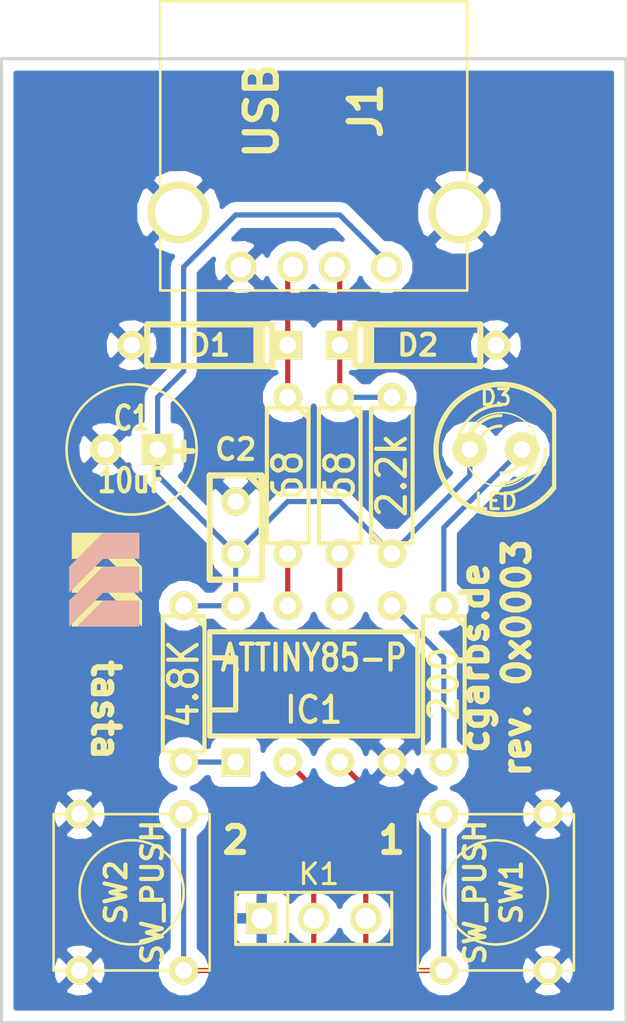
<source format=kicad_pcb>
(kicad_pcb (version 3) (host pcbnew "(2013-jul-07)-stable")

  (general
    (links 34)
    (no_connects 0)
    (area 59.614999 47.688499 90.245001 97.865001)
    (thickness 1.6)
    (drawings 8)
    (tracks 42)
    (zones 0)
    (modules 17)
    (nets 12)
  )

  (page A3)
  (layers
    (15 F.Cu signal)
    (0 B.Cu signal)
    (16 B.Adhes user)
    (17 F.Adhes user)
    (18 B.Paste user)
    (19 F.Paste user)
    (20 B.SilkS user)
    (21 F.SilkS user)
    (22 B.Mask user)
    (23 F.Mask user)
    (24 Dwgs.User user)
    (25 Cmts.User user)
    (26 Eco1.User user)
    (27 Eco2.User user)
    (28 Edge.Cuts user)
  )

  (setup
    (last_trace_width 0.254)
    (trace_clearance 0.254)
    (zone_clearance 0.508)
    (zone_45_only no)
    (trace_min 0.254)
    (segment_width 0.2)
    (edge_width 0.15)
    (via_size 0.889)
    (via_drill 0.635)
    (via_min_size 0.889)
    (via_min_drill 0.508)
    (uvia_size 0.508)
    (uvia_drill 0.127)
    (uvias_allowed no)
    (uvia_min_size 0.508)
    (uvia_min_drill 0.127)
    (pcb_text_width 0.3)
    (pcb_text_size 1 1)
    (mod_edge_width 0.15)
    (mod_text_size 1 1)
    (mod_text_width 0.15)
    (pad_size 1 1)
    (pad_drill 0.6)
    (pad_to_mask_clearance 0)
    (aux_axis_origin 0 0)
    (visible_elements FFFFFFBF)
    (pcbplotparams
      (layerselection 284196865)
      (usegerberextensions true)
      (excludeedgelayer true)
      (linewidth 0.150000)
      (plotframeref false)
      (viasonmask false)
      (mode 1)
      (useauxorigin false)
      (hpglpennumber 1)
      (hpglpenspeed 20)
      (hpglpendiameter 15)
      (hpglpenoverlay 2)
      (psnegative false)
      (psa4output false)
      (plotreference true)
      (plotvalue true)
      (plotothertext true)
      (plotinvisibletext false)
      (padsonsilk false)
      (subtractmaskfromsilk true)
      (outputformat 1)
      (mirror false)
      (drillshape 0)
      (scaleselection 1)
      (outputdirectory ../kicad_export/))
  )

  (net 0 "")
  (net 1 +5V)
  (net 2 "/USB data +")
  (net 3 "/USB data -")
  (net 4 /key1)
  (net 5 /key2)
  (net 6 GND)
  (net 7 N-000001)
  (net 8 N-000002)
  (net 9 N-000003)
  (net 10 N-000004)
  (net 11 N-000006)

  (net_class Default "This is the default net class."
    (clearance 0.254)
    (trace_width 0.254)
    (via_dia 0.889)
    (via_drill 0.635)
    (uvia_dia 0.508)
    (uvia_drill 0.127)
    (add_net "")
    (add_net +5V)
    (add_net "/USB data +")
    (add_net "/USB data -")
    (add_net /key1)
    (add_net /key2)
    (add_net GND)
    (add_net N-000001)
    (add_net N-000002)
    (add_net N-000003)
    (add_net N-000004)
    (add_net N-000006)
  )

  (module C1V7 (layer F.Cu) (tedit 200000) (tstamp 5500CDAD)
    (at 66.04 69.85 180)
    (path /5500B43E)
    (fp_text reference C1 (at 0 1.524 180) (layer F.SilkS)
      (effects (font (size 1.143 0.889) (thickness 0.2032)))
    )
    (fp_text value 10uF (at 0 -1.524 180) (layer F.SilkS)
      (effects (font (size 1.143 0.889) (thickness 0.2032)))
    )
    (fp_text user + (at -2.54 0 180) (layer F.SilkS)
      (effects (font (size 1.143 1.143) (thickness 0.3048)))
    )
    (fp_circle (center 0 0) (end 3.175 0) (layer F.SilkS) (width 0.127))
    (pad 1 thru_hole rect (at -1.27 0 180) (size 1.524 1.524) (drill 0.8128)
      (layers *.Cu *.Mask F.SilkS)
      (net 1 +5V)
    )
    (pad 2 thru_hole circle (at 1.27 0 180) (size 1.524 1.524) (drill 0.8128)
      (layers *.Cu *.Mask F.SilkS)
      (net 6 GND)
    )
    (model discret/c_vert_c1v7.wrl
      (at (xyz 0 0 0))
      (scale (xyz 1 1 1))
      (rotate (xyz 0 0 0))
    )
  )

  (module USB_A (layer F.Cu) (tedit 48A934F2) (tstamp 5500CD14)
    (at 74.93 60.96 90)
    (path /5500B392)
    (fp_text reference J1 (at 7.62 2.54 90) (layer F.SilkS)
      (effects (font (size 1.524 1.524) (thickness 0.3048)))
    )
    (fp_text value USB (at 7.62 -2.54 90) (layer F.SilkS)
      (effects (font (size 1.524 1.524) (thickness 0.3048)))
    )
    (fp_line (start -1.143 -7.493) (end 12.954 -7.493) (layer F.SilkS) (width 0.127))
    (fp_line (start 12.954 7.493) (end -1.143 7.493) (layer F.SilkS) (width 0.127))
    (fp_line (start -1.143 -7.493) (end -1.143 7.493) (layer F.SilkS) (width 0.127))
    (fp_line (start 12.954 -7.493) (end 12.954 7.493) (layer F.SilkS) (width 0.127))
    (pad 4 thru_hole circle (at 0 -3.556 90) (size 1.50114 1.50114) (drill 1.00076)
      (layers *.Cu *.Mask F.SilkS)
      (net 6 GND)
    )
    (pad 3 thru_hole circle (at 0 -1.016 90) (size 1.50114 1.50114) (drill 1.00076)
      (layers *.Cu *.Mask F.SilkS)
      (net 2 "/USB data +")
    )
    (pad 2 thru_hole circle (at 0 1.016 90) (size 1.50114 1.50114) (drill 1.00076)
      (layers *.Cu *.Mask F.SilkS)
      (net 3 "/USB data -")
    )
    (pad 1 thru_hole circle (at 0 3.556 90) (size 1.50114 1.50114) (drill 1.00076)
      (layers *.Cu *.Mask F.SilkS)
      (net 1 +5V)
    )
    (pad 5 thru_hole circle (at 2.667 -6.604 90) (size 2.99974 2.99974) (drill 2.30124)
      (layers *.Cu *.Mask F.SilkS)
      (net 6 GND)
    )
    (pad 6 thru_hole circle (at 2.667 7.112 90) (size 2.99974 2.99974) (drill 2.30124)
      (layers *.Cu *.Mask F.SilkS)
      (net 6 GND)
    )
    (model connectors/usb_a_through_hole.wrl
      (at (xyz 0 0 0))
      (scale (xyz 1 1 1))
      (rotate (xyz 0 0 0))
    )
  )

  (module SW_PUSH_SMALL (layer F.Cu) (tedit 55075B6E) (tstamp 5500CD21)
    (at 83.82 91.44 270)
    (path /5500B4F2)
    (fp_text reference SW1 (at 0 -0.762 270) (layer F.SilkS)
      (effects (font (size 1.016 1.016) (thickness 0.2032)))
    )
    (fp_text value SW_PUSH (at 0 1.016 270) (layer F.SilkS)
      (effects (font (size 1.016 1.016) (thickness 0.2032)))
    )
    (fp_circle (center 0 0) (end 0 -2.54) (layer F.SilkS) (width 0.127))
    (fp_line (start -3.81 -3.81) (end 3.81 -3.81) (layer F.SilkS) (width 0.127))
    (fp_line (start 3.81 -3.81) (end 3.81 3.81) (layer F.SilkS) (width 0.127))
    (fp_line (start 3.81 3.81) (end -3.81 3.81) (layer F.SilkS) (width 0.127))
    (fp_line (start -3.81 -3.81) (end -3.81 3.81) (layer F.SilkS) (width 0.127))
    (pad 1 thru_hole circle (at 3.81 -2.54 270) (size 1.397 1.397) (drill 0.8128)
      (layers *.Cu *.Mask F.SilkS)
      (net 6 GND)
    )
    (pad 2 thru_hole circle (at 3.81 2.54 270) (size 1.397 1.397) (drill 0.8128)
      (layers *.Cu *.Mask F.SilkS)
      (net 4 /key1)
    )
    (pad 1 thru_hole circle (at -3.81 -2.54 270) (size 1.397 1.397) (drill 0.8128)
      (layers *.Cu *.Mask F.SilkS)
      (net 6 GND)
    )
    (pad 2 thru_hole circle (at -3.81 2.54 270) (size 1.397 1.397) (drill 0.8128)
      (layers *.Cu *.Mask F.SilkS)
      (net 4 /key1)
    )
  )

  (module SW_PUSH_SMALL (layer F.Cu) (tedit 46544DB3) (tstamp 55021A9B)
    (at 66.04 91.44 90)
    (path /5500D276)
    (fp_text reference SW2 (at 0 -0.762 90) (layer F.SilkS)
      (effects (font (size 1.016 1.016) (thickness 0.2032)))
    )
    (fp_text value SW_PUSH (at 0 1.016 90) (layer F.SilkS)
      (effects (font (size 1.016 1.016) (thickness 0.2032)))
    )
    (fp_circle (center 0 0) (end 0 -2.54) (layer F.SilkS) (width 0.127))
    (fp_line (start -3.81 -3.81) (end 3.81 -3.81) (layer F.SilkS) (width 0.127))
    (fp_line (start 3.81 -3.81) (end 3.81 3.81) (layer F.SilkS) (width 0.127))
    (fp_line (start 3.81 3.81) (end -3.81 3.81) (layer F.SilkS) (width 0.127))
    (fp_line (start -3.81 -3.81) (end -3.81 3.81) (layer F.SilkS) (width 0.127))
    (pad 1 thru_hole circle (at 3.81 -2.54 90) (size 1.397 1.397) (drill 0.8128)
      (layers *.Cu *.Mask F.SilkS)
      (net 6 GND)
    )
    (pad 2 thru_hole circle (at 3.81 2.54 90) (size 1.397 1.397) (drill 0.8128)
      (layers *.Cu *.Mask F.SilkS)
      (net 5 /key2)
    )
    (pad 1 thru_hole circle (at -3.81 -2.54 90) (size 1.397 1.397) (drill 0.8128)
      (layers *.Cu *.Mask F.SilkS)
      (net 6 GND)
    )
    (pad 2 thru_hole circle (at -3.81 2.54 90) (size 1.397 1.397) (drill 0.8128)
      (layers *.Cu *.Mask F.SilkS)
      (net 5 /key2)
    )
  )

  (module R3 (layer F.Cu) (tedit 5507542B) (tstamp 5500CD3C)
    (at 76.2 71.12 270)
    (descr "Resitance 3 pas")
    (tags R)
    (path /5500B44D)
    (autoplace_cost180 10)
    (fp_text reference R2 (at 0 0.127 270) (layer F.SilkS) hide
      (effects (font (size 1.397 1.27) (thickness 0.2032)))
    )
    (fp_text value 68 (at 0 0 270) (layer F.SilkS)
      (effects (font (size 1.397 1.27) (thickness 0.2032)))
    )
    (fp_line (start -3.81 0) (end -3.302 0) (layer F.SilkS) (width 0.2032))
    (fp_line (start 3.81 0) (end 3.302 0) (layer F.SilkS) (width 0.2032))
    (fp_line (start 3.302 0) (end 3.302 -1.016) (layer F.SilkS) (width 0.2032))
    (fp_line (start 3.302 -1.016) (end -3.302 -1.016) (layer F.SilkS) (width 0.2032))
    (fp_line (start -3.302 -1.016) (end -3.302 1.016) (layer F.SilkS) (width 0.2032))
    (fp_line (start -3.302 1.016) (end 3.302 1.016) (layer F.SilkS) (width 0.2032))
    (fp_line (start 3.302 1.016) (end 3.302 0) (layer F.SilkS) (width 0.2032))
    (fp_line (start -3.302 -0.508) (end -2.794 -1.016) (layer F.SilkS) (width 0.2032))
    (pad 1 thru_hole circle (at -3.81 0 270) (size 1.397 1.397) (drill 0.8128)
      (layers *.Cu *.Mask F.SilkS)
      (net 3 "/USB data -")
    )
    (pad 2 thru_hole circle (at 3.81 0 270) (size 1.397 1.397) (drill 0.8128)
      (layers *.Cu *.Mask F.SilkS)
      (net 7 N-000001)
    )
    (model discret/resistor.wrl
      (at (xyz 0 0 0))
      (scale (xyz 0.3 0.3 0.3))
      (rotate (xyz 0 0 0))
    )
  )

  (module R3 (layer F.Cu) (tedit 5507542D) (tstamp 5500CD4A)
    (at 73.66 71.12 270)
    (descr "Resitance 3 pas")
    (tags R)
    (path /5500B45C)
    (autoplace_cost180 10)
    (fp_text reference R1 (at 0 0.127 270) (layer F.SilkS) hide
      (effects (font (size 1.397 1.27) (thickness 0.2032)))
    )
    (fp_text value 68 (at 0 0 270) (layer F.SilkS)
      (effects (font (size 1.397 1.27) (thickness 0.2032)))
    )
    (fp_line (start -3.81 0) (end -3.302 0) (layer F.SilkS) (width 0.2032))
    (fp_line (start 3.81 0) (end 3.302 0) (layer F.SilkS) (width 0.2032))
    (fp_line (start 3.302 0) (end 3.302 -1.016) (layer F.SilkS) (width 0.2032))
    (fp_line (start 3.302 -1.016) (end -3.302 -1.016) (layer F.SilkS) (width 0.2032))
    (fp_line (start -3.302 -1.016) (end -3.302 1.016) (layer F.SilkS) (width 0.2032))
    (fp_line (start -3.302 1.016) (end 3.302 1.016) (layer F.SilkS) (width 0.2032))
    (fp_line (start 3.302 1.016) (end 3.302 0) (layer F.SilkS) (width 0.2032))
    (fp_line (start -3.302 -0.508) (end -2.794 -1.016) (layer F.SilkS) (width 0.2032))
    (pad 1 thru_hole circle (at -3.81 0 270) (size 1.397 1.397) (drill 0.8128)
      (layers *.Cu *.Mask F.SilkS)
      (net 2 "/USB data +")
    )
    (pad 2 thru_hole circle (at 3.81 0 270) (size 1.397 1.397) (drill 0.8128)
      (layers *.Cu *.Mask F.SilkS)
      (net 9 N-000003)
    )
    (model discret/resistor.wrl
      (at (xyz 0 0 0))
      (scale (xyz 0.3 0.3 0.3))
      (rotate (xyz 0 0 0))
    )
  )

  (module R3 (layer F.Cu) (tedit 55022151) (tstamp 5500CD58)
    (at 78.74 71.12 90)
    (descr "Resitance 3 pas")
    (tags R)
    (path /5500B46B)
    (autoplace_cost180 10)
    (fp_text reference R3 (at 0 0.127 90) (layer F.SilkS) hide
      (effects (font (size 1.397 1.27) (thickness 0.2032)))
    )
    (fp_text value 2.2k (at 0 0 90) (layer F.SilkS)
      (effects (font (size 1.397 1.27) (thickness 0.2032)))
    )
    (fp_line (start -3.81 0) (end -3.302 0) (layer F.SilkS) (width 0.2032))
    (fp_line (start 3.81 0) (end 3.302 0) (layer F.SilkS) (width 0.2032))
    (fp_line (start 3.302 0) (end 3.302 -1.016) (layer F.SilkS) (width 0.2032))
    (fp_line (start 3.302 -1.016) (end -3.302 -1.016) (layer F.SilkS) (width 0.2032))
    (fp_line (start -3.302 -1.016) (end -3.302 1.016) (layer F.SilkS) (width 0.2032))
    (fp_line (start -3.302 1.016) (end 3.302 1.016) (layer F.SilkS) (width 0.2032))
    (fp_line (start 3.302 1.016) (end 3.302 0) (layer F.SilkS) (width 0.2032))
    (fp_line (start -3.302 -0.508) (end -2.794 -1.016) (layer F.SilkS) (width 0.2032))
    (pad 1 thru_hole circle (at -3.81 0 90) (size 1.397 1.397) (drill 0.8128)
      (layers *.Cu *.Mask F.SilkS)
      (net 1 +5V)
    )
    (pad 2 thru_hole circle (at 3.81 0 90) (size 1.397 1.397) (drill 0.8128)
      (layers *.Cu *.Mask F.SilkS)
      (net 3 "/USB data -")
    )
    (model discret/resistor.wrl
      (at (xyz 0 0 0))
      (scale (xyz 0.3 0.3 0.3))
      (rotate (xyz 0 0 0))
    )
  )

  (module R3 (layer F.Cu) (tedit 5507545A) (tstamp 5500CD66)
    (at 68.58 81.28 270)
    (descr "Resitance 3 pas")
    (tags R)
    (path /5500B47A)
    (autoplace_cost180 10)
    (fp_text reference R4 (at 0 0.127 270) (layer F.SilkS) hide
      (effects (font (size 1.397 1.27) (thickness 0.2032)))
    )
    (fp_text value 4.8K (at 0 0 270) (layer F.SilkS)
      (effects (font (size 1.397 1.27) (thickness 0.2032)))
    )
    (fp_line (start -3.81 0) (end -3.302 0) (layer F.SilkS) (width 0.2032))
    (fp_line (start 3.81 0) (end 3.302 0) (layer F.SilkS) (width 0.2032))
    (fp_line (start 3.302 0) (end 3.302 -1.016) (layer F.SilkS) (width 0.2032))
    (fp_line (start 3.302 -1.016) (end -3.302 -1.016) (layer F.SilkS) (width 0.2032))
    (fp_line (start -3.302 -1.016) (end -3.302 1.016) (layer F.SilkS) (width 0.2032))
    (fp_line (start -3.302 1.016) (end 3.302 1.016) (layer F.SilkS) (width 0.2032))
    (fp_line (start 3.302 1.016) (end 3.302 0) (layer F.SilkS) (width 0.2032))
    (fp_line (start -3.302 -0.508) (end -2.794 -1.016) (layer F.SilkS) (width 0.2032))
    (pad 1 thru_hole circle (at -3.81 0 270) (size 1.397 1.397) (drill 0.8128)
      (layers *.Cu *.Mask F.SilkS)
      (net 1 +5V)
    )
    (pad 2 thru_hole circle (at 3.81 0 270) (size 1.397 1.397) (drill 0.8128)
      (layers *.Cu *.Mask F.SilkS)
      (net 11 N-000006)
    )
    (model discret/resistor.wrl
      (at (xyz 0 0 0))
      (scale (xyz 0.3 0.3 0.3))
      (rotate (xyz 0 0 0))
    )
  )

  (module PIN_ARRAY_3X1 (layer F.Cu) (tedit 4C1130E0) (tstamp 5500CD72)
    (at 74.93 92.71)
    (descr "Connecteur 3 pins")
    (tags "CONN DEV")
    (path /5500B504)
    (fp_text reference K1 (at 0.254 -2.159) (layer F.SilkS)
      (effects (font (size 1.016 1.016) (thickness 0.1524)))
    )
    (fp_text value CONN_3 (at 0 -2.159) (layer F.SilkS) hide
      (effects (font (size 1.016 1.016) (thickness 0.1524)))
    )
    (fp_line (start -3.81 1.27) (end -3.81 -1.27) (layer F.SilkS) (width 0.1524))
    (fp_line (start -3.81 -1.27) (end 3.81 -1.27) (layer F.SilkS) (width 0.1524))
    (fp_line (start 3.81 -1.27) (end 3.81 1.27) (layer F.SilkS) (width 0.1524))
    (fp_line (start 3.81 1.27) (end -3.81 1.27) (layer F.SilkS) (width 0.1524))
    (fp_line (start -1.27 -1.27) (end -1.27 1.27) (layer F.SilkS) (width 0.1524))
    (pad 1 thru_hole rect (at -2.54 0) (size 1.524 1.524) (drill 1.016)
      (layers *.Cu *.Mask F.SilkS)
      (net 6 GND)
    )
    (pad 2 thru_hole circle (at 0 0) (size 1.524 1.524) (drill 1.016)
      (layers *.Cu *.Mask F.SilkS)
      (net 5 /key2)
    )
    (pad 3 thru_hole circle (at 2.54 0) (size 1.524 1.524) (drill 1.016)
      (layers *.Cu *.Mask F.SilkS)
      (net 4 /key1)
    )
    (model pin_array/pins_array_3x1.wrl
      (at (xyz 0 0 0))
      (scale (xyz 1 1 1))
      (rotate (xyz 0 0 0))
    )
  )

  (module DIP-8__300 (layer F.Cu) (tedit 5507584C) (tstamp 5500CD85)
    (at 74.93 81.28)
    (descr "8 pins DIL package, round pads")
    (tags DIL)
    (path /5500B2AA)
    (fp_text reference IC1 (at 0 1.27) (layer F.SilkS)
      (effects (font (size 1.27 1.143) (thickness 0.2032)))
    )
    (fp_text value ATTINY85-P (at 0 -1.27) (layer F.SilkS)
      (effects (font (size 1.27 1.016) (thickness 0.2032)))
    )
    (fp_line (start -5.08 -1.27) (end -3.81 -1.27) (layer F.SilkS) (width 0.254))
    (fp_line (start -3.81 -1.27) (end -3.81 1.27) (layer F.SilkS) (width 0.254))
    (fp_line (start -3.81 1.27) (end -5.08 1.27) (layer F.SilkS) (width 0.254))
    (fp_line (start -5.08 -2.54) (end 5.08 -2.54) (layer F.SilkS) (width 0.254))
    (fp_line (start 5.08 -2.54) (end 5.08 2.54) (layer F.SilkS) (width 0.254))
    (fp_line (start 5.08 2.54) (end -5.08 2.54) (layer F.SilkS) (width 0.254))
    (fp_line (start -5.08 2.54) (end -5.08 -2.54) (layer F.SilkS) (width 0.254))
    (pad 1 thru_hole rect (at -3.81 3.81) (size 1.397 1.397) (drill 0.8128)
      (layers *.Cu *.Mask F.SilkS)
      (net 11 N-000006)
    )
    (pad 2 thru_hole circle (at -1.27 3.81) (size 1.397 1.397) (drill 0.8128)
      (layers *.Cu *.Mask F.SilkS)
      (net 5 /key2)
    )
    (pad 3 thru_hole circle (at 1.27 3.81) (size 1.397 1.397) (drill 0.8128)
      (layers *.Cu *.Mask F.SilkS)
      (net 4 /key1)
    )
    (pad 4 thru_hole circle (at 3.81 3.81) (size 1.397 1.397) (drill 0.8128)
      (layers *.Cu *.Mask F.SilkS)
      (net 6 GND)
    )
    (pad 5 thru_hole circle (at 3.81 -3.81) (size 1.397 1.397) (drill 0.8128)
      (layers *.Cu *.Mask F.SilkS)
      (net 10 N-000004)
    )
    (pad 6 thru_hole circle (at 1.27 -3.81) (size 1.397 1.397) (drill 0.8128)
      (layers *.Cu *.Mask F.SilkS)
      (net 7 N-000001)
    )
    (pad 7 thru_hole circle (at -1.27 -3.81) (size 1.397 1.397) (drill 0.8128)
      (layers *.Cu *.Mask F.SilkS)
      (net 9 N-000003)
    )
    (pad 8 thru_hole circle (at -3.81 -3.81) (size 1.397 1.397) (drill 0.8128)
      (layers *.Cu *.Mask F.SilkS)
      (net 1 +5V)
    )
    (model dil/dil_8.wrl
      (at (xyz 0 0 0))
      (scale (xyz 1 1 1))
      (rotate (xyz 0 0 0))
    )
  )

  (module D3 (layer F.Cu) (tedit 55021E39) (tstamp 5500CD95)
    (at 69.85 64.77)
    (descr "Diode 3 pas")
    (tags "DIODE DEV")
    (path /5500B4A7)
    (fp_text reference D1 (at 0 0) (layer F.SilkS)
      (effects (font (size 1.016 1.016) (thickness 0.2032)))
    )
    (fp_text value 3.6V (at 0 0) (layer F.SilkS) hide
      (effects (font (size 1.016 1.016) (thickness 0.2032)))
    )
    (fp_line (start 3.81 0) (end 3.048 0) (layer F.SilkS) (width 0.3048))
    (fp_line (start 3.048 0) (end 3.048 -1.016) (layer F.SilkS) (width 0.3048))
    (fp_line (start 3.048 -1.016) (end -3.048 -1.016) (layer F.SilkS) (width 0.3048))
    (fp_line (start -3.048 -1.016) (end -3.048 0) (layer F.SilkS) (width 0.3048))
    (fp_line (start -3.048 0) (end -3.81 0) (layer F.SilkS) (width 0.3048))
    (fp_line (start -3.048 0) (end -3.048 1.016) (layer F.SilkS) (width 0.3048))
    (fp_line (start -3.048 1.016) (end 3.048 1.016) (layer F.SilkS) (width 0.3048))
    (fp_line (start 3.048 1.016) (end 3.048 0) (layer F.SilkS) (width 0.3048))
    (fp_line (start 2.54 -1.016) (end 2.54 1.016) (layer F.SilkS) (width 0.3048))
    (fp_line (start 2.286 1.016) (end 2.286 -1.016) (layer F.SilkS) (width 0.3048))
    (pad 2 thru_hole rect (at 3.81 0) (size 1.397 1.397) (drill 0.8128)
      (layers *.Cu *.Mask F.SilkS)
      (net 2 "/USB data +")
    )
    (pad 1 thru_hole circle (at -3.81 0) (size 1.397 1.397) (drill 0.8128)
      (layers *.Cu *.Mask F.SilkS)
      (net 6 GND)
    )
    (model discret/diode.wrl
      (at (xyz 0 0 0))
      (scale (xyz 0.3 0.3 0.3))
      (rotate (xyz 0 0 0))
    )
  )

  (module D3 (layer F.Cu) (tedit 5500CF53) (tstamp 5500CDA5)
    (at 80.01 64.77 180)
    (descr "Diode 3 pas")
    (tags "DIODE DEV")
    (path /5500B4B4)
    (fp_text reference D2 (at 0 0 180) (layer F.SilkS)
      (effects (font (size 1.016 1.016) (thickness 0.2032)))
    )
    (fp_text value 3.6V (at 0 0 180) (layer F.SilkS) hide
      (effects (font (size 1.016 1.016) (thickness 0.2032)))
    )
    (fp_line (start 3.81 0) (end 3.048 0) (layer F.SilkS) (width 0.3048))
    (fp_line (start 3.048 0) (end 3.048 -1.016) (layer F.SilkS) (width 0.3048))
    (fp_line (start 3.048 -1.016) (end -3.048 -1.016) (layer F.SilkS) (width 0.3048))
    (fp_line (start -3.048 -1.016) (end -3.048 0) (layer F.SilkS) (width 0.3048))
    (fp_line (start -3.048 0) (end -3.81 0) (layer F.SilkS) (width 0.3048))
    (fp_line (start -3.048 0) (end -3.048 1.016) (layer F.SilkS) (width 0.3048))
    (fp_line (start -3.048 1.016) (end 3.048 1.016) (layer F.SilkS) (width 0.3048))
    (fp_line (start 3.048 1.016) (end 3.048 0) (layer F.SilkS) (width 0.3048))
    (fp_line (start 2.54 -1.016) (end 2.54 1.016) (layer F.SilkS) (width 0.3048))
    (fp_line (start 2.286 1.016) (end 2.286 -1.016) (layer F.SilkS) (width 0.3048))
    (pad 2 thru_hole rect (at 3.81 0 180) (size 1.397 1.397) (drill 0.8128)
      (layers *.Cu *.Mask F.SilkS)
      (net 3 "/USB data -")
    )
    (pad 1 thru_hole circle (at -3.81 0 180) (size 1.397 1.397) (drill 0.8128)
      (layers *.Cu *.Mask F.SilkS)
      (net 6 GND)
    )
    (model discret/diode.wrl
      (at (xyz 0 0 0))
      (scale (xyz 0.3 0.3 0.3))
      (rotate (xyz 0 0 0))
    )
  )

  (module C1 (layer F.Cu) (tedit 550756FD) (tstamp 55021EFD)
    (at 71.12 73.66 270)
    (descr "Condensateur e = 1 pas")
    (tags C)
    (path /5500B42C)
    (fp_text reference C2 (at -3.81 0 360) (layer F.SilkS)
      (effects (font (size 1.016 1.016) (thickness 0.2032)))
    )
    (fp_text value 100nF (at 0 -2.286 270) (layer F.SilkS) hide
      (effects (font (size 1.016 1.016) (thickness 0.2032)))
    )
    (fp_line (start -2.4892 -1.27) (end 2.54 -1.27) (layer F.SilkS) (width 0.3048))
    (fp_line (start 2.54 -1.27) (end 2.54 1.27) (layer F.SilkS) (width 0.3048))
    (fp_line (start 2.54 1.27) (end -2.54 1.27) (layer F.SilkS) (width 0.3048))
    (fp_line (start -2.54 1.27) (end -2.54 -1.27) (layer F.SilkS) (width 0.3048))
    (fp_line (start -2.54 -0.635) (end -1.905 -1.27) (layer F.SilkS) (width 0.3048))
    (pad 1 thru_hole circle (at -1.27 0 270) (size 1.397 1.397) (drill 0.8128)
      (layers *.Cu *.Mask F.SilkS)
      (net 6 GND)
    )
    (pad 2 thru_hole circle (at 1.27 0 270) (size 1.397 1.397) (drill 0.8128)
      (layers *.Cu *.Mask F.SilkS)
      (net 1 +5V)
    )
    (model discret/capa_1_pas.wrl
      (at (xyz 0 0 0))
      (scale (xyz 1 1 1))
      (rotate (xyz 0 0 0))
    )
  )

  (module R3 (layer F.Cu) (tedit 550216BD) (tstamp 55021624)
    (at 81.28 81.28 270)
    (descr "Resitance 3 pas")
    (tags R)
    (path /550214C7)
    (autoplace_cost180 10)
    (fp_text reference R5 (at 0 0.127 270) (layer F.SilkS) hide
      (effects (font (size 1.397 1.27) (thickness 0.2032)))
    )
    (fp_text value 200 (at 0 0 270) (layer F.SilkS)
      (effects (font (size 1.397 1.27) (thickness 0.2032)))
    )
    (fp_line (start -3.81 0) (end -3.302 0) (layer F.SilkS) (width 0.2032))
    (fp_line (start 3.81 0) (end 3.302 0) (layer F.SilkS) (width 0.2032))
    (fp_line (start 3.302 0) (end 3.302 -1.016) (layer F.SilkS) (width 0.2032))
    (fp_line (start 3.302 -1.016) (end -3.302 -1.016) (layer F.SilkS) (width 0.2032))
    (fp_line (start -3.302 -1.016) (end -3.302 1.016) (layer F.SilkS) (width 0.2032))
    (fp_line (start -3.302 1.016) (end 3.302 1.016) (layer F.SilkS) (width 0.2032))
    (fp_line (start 3.302 1.016) (end 3.302 0) (layer F.SilkS) (width 0.2032))
    (fp_line (start -3.302 -0.508) (end -2.794 -1.016) (layer F.SilkS) (width 0.2032))
    (pad 1 thru_hole circle (at -3.81 0 270) (size 1.397 1.397) (drill 0.8128)
      (layers *.Cu *.Mask F.SilkS)
      (net 8 N-000002)
    )
    (pad 2 thru_hole circle (at 3.81 0 270) (size 1.397 1.397) (drill 0.8128)
      (layers *.Cu *.Mask F.SilkS)
      (net 10 N-000004)
    )
    (model discret/resistor.wrl
      (at (xyz 0 0 0))
      (scale (xyz 0.3 0.3 0.3))
      (rotate (xyz 0 0 0))
    )
  )

  (module LED-5MM (layer F.Cu) (tedit 55146DAD) (tstamp 55021633)
    (at 83.82 69.85)
    (descr "LED 5mm - Lead pitch 100mil (2,54mm)")
    (tags "LED led 5mm 5MM 100mil 2,54mm")
    (path /550215CF)
    (fp_text reference D3 (at 0 -2.54) (layer F.SilkS)
      (effects (font (size 0.762 0.762) (thickness 0.1524)))
    )
    (fp_text value LED (at 0 2.54) (layer F.SilkS)
      (effects (font (size 0.762 0.762) (thickness 0.1524)))
    )
    (fp_line (start 2.8448 1.905) (end 2.8448 -1.905) (layer F.SilkS) (width 0.2032))
    (fp_circle (center 0.254 0) (end -1.016 1.27) (layer F.SilkS) (width 0.0762))
    (fp_arc (start 0.254 0) (end 2.794 1.905) (angle 286.2) (layer F.SilkS) (width 0.254))
    (fp_arc (start 0.254 0) (end -0.889 0) (angle 90) (layer F.SilkS) (width 0.1524))
    (fp_arc (start 0.254 0) (end 1.397 0) (angle 90) (layer F.SilkS) (width 0.1524))
    (fp_arc (start 0.254 0) (end -1.397 0) (angle 90) (layer F.SilkS) (width 0.1524))
    (fp_arc (start 0.254 0) (end 1.905 0) (angle 90) (layer F.SilkS) (width 0.1524))
    (fp_arc (start 0.254 0) (end -1.905 0) (angle 90) (layer F.SilkS) (width 0.1524))
    (fp_arc (start 0.254 0) (end 2.413 0) (angle 90) (layer F.SilkS) (width 0.1524))
    (pad 1 thru_hole circle (at -1.27 0) (size 1.6764 1.6764) (drill 0.8128)
      (layers *.Cu *.Mask F.SilkS)
      (net 1 +5V)
    )
    (pad 2 thru_hole circle (at 1.27 0) (size 1.6764 1.6764) (drill 0.8128)
      (layers *.Cu *.Mask F.SilkS)
      (net 8 N-000002)
    )
    (model discret/leds/led5_vertical_verde.wrl
      (at (xyz 0 0 0))
      (scale (xyz 1 1 1))
      (rotate (xyz 0 0 0))
    )
  )

  (module mmitch_logo_back_silk (layer F.Cu) (tedit 0) (tstamp 55153FA9)
    (at 64.77 76.2 90)
    (fp_text reference "" (at 0 0 90) (layer F.SilkS)
      (effects (font (size 1.524 1.524) (thickness 0.15)))
    )
    (fp_text value "" (at 0 0 90) (layer F.SilkS)
      (effects (font (size 1.524 1.524) (thickness 0.15)))
    )
    (fp_poly (pts (xy -0.635 -1.778) (xy 1.016 -0.127) (xy 1.016 1.651) (xy 2.286 1.651)
      (xy 2.286 -0.127) (xy 0.635 -1.778)) (layer B.SilkS) (width 0.00254))
    (fp_poly (pts (xy 0.635 1.651) (xy -0.635 1.651) (xy -0.635 -0.127) (xy -2.286 -1.778)
      (xy -1.016 -1.778) (xy 0.635 -0.127)) (layer B.SilkS) (width 0.00254))
    (fp_poly (pts (xy -1.016 1.651) (xy -2.286 1.651) (xy -2.286 -1.397) (xy -1.016 -0.127)) (layer B.SilkS) (width 0.00254))
  )

  (module mmitch_logo_front_silk (layer F.Cu) (tedit 0) (tstamp 55153FD4)
    (at 64.77 76.2 270)
    (fp_text reference "" (at 0 0 270) (layer F.SilkS)
      (effects (font (size 1.524 1.524) (thickness 0.15)))
    )
    (fp_text value "" (at 0 0 270) (layer F.SilkS)
      (effects (font (size 1.524 1.524) (thickness 0.15)))
    )
    (fp_poly (pts (xy 0.635 -1.778) (xy -1.016 -0.127) (xy -1.016 1.651) (xy -2.286 1.651)
      (xy -2.286 -0.127) (xy -0.635 -1.778)) (layer F.SilkS) (width 0.00254))
    (fp_poly (pts (xy -0.635 1.651) (xy 0.635 1.651) (xy 0.635 -0.127) (xy 2.286 -1.778)
      (xy 1.016 -1.778) (xy -0.635 -0.127)) (layer F.SilkS) (width 0.00254))
    (fp_poly (pts (xy 1.016 1.651) (xy 2.286 1.651) (xy 2.286 -1.397) (xy 1.016 -0.127)) (layer F.SilkS) (width 0.00254))
  )

  (gr_text 1 (at 78.74 88.9) (layer F.SilkS)
    (effects (font (size 1.27 1.27) (thickness 0.3)))
  )
  (gr_text 2 (at 71.12 88.9) (layer F.SilkS)
    (effects (font (size 1.27 1.27) (thickness 0.3)))
  )
  (gr_line (start 59.69 50.8) (end 59.69 97.79) (angle 90) (layer Edge.Cuts) (width 0.15))
  (gr_line (start 90.17 50.8) (end 59.69 50.8) (angle 90) (layer Edge.Cuts) (width 0.15))
  (gr_line (start 90.17 97.79) (end 90.17 50.8) (angle 90) (layer Edge.Cuts) (width 0.15))
  (gr_line (start 59.69 97.79) (end 90.17 97.79) (angle 90) (layer Edge.Cuts) (width 0.15))
  (gr_text "tasta\n" (at 64.77 82.55 270) (layer F.SilkS)
    (effects (font (size 1.27 1.27) (thickness 0.3)))
  )
  (gr_text "cgarbs.de\nrev. 0x0003\n" (at 83.82 80.01 90) (layer F.SilkS)
    (effects (font (size 1.27 1.27) (thickness 0.3)))
  )

  (segment (start 67.31 69.85) (end 67.31 67.31) (width 0.254) (layer B.Cu) (net 1) (status 10))
  (segment (start 78.486 60.706) (end 78.486 60.96) (width 0.254) (layer B.Cu) (net 1) (tstamp 55075829) (status 30))
  (segment (start 76.2 58.42) (end 78.486 60.706) (width 0.254) (layer B.Cu) (net 1) (tstamp 55075828) (status 20))
  (segment (start 71.12 58.42) (end 76.2 58.42) (width 0.254) (layer B.Cu) (net 1) (tstamp 55075827))
  (segment (start 68.58 60.96) (end 71.12 58.42) (width 0.254) (layer B.Cu) (net 1) (tstamp 55075826))
  (segment (start 68.58 66.04) (end 68.58 60.96) (width 0.254) (layer B.Cu) (net 1) (tstamp 55075825))
  (segment (start 67.31 67.31) (end 68.58 66.04) (width 0.254) (layer B.Cu) (net 1) (tstamp 55075824))
  (segment (start 67.31 69.85) (end 67.31 71.12) (width 0.254) (layer B.Cu) (net 1) (status 10))
  (segment (start 67.31 71.12) (end 71.12 74.93) (width 0.254) (layer B.Cu) (net 1) (tstamp 55075680) (status 20))
  (segment (start 71.12 74.93) (end 73.66 72.39) (width 0.254) (layer B.Cu) (net 1) (status 10))
  (segment (start 76.2 72.39) (end 78.74 74.93) (width 0.254) (layer B.Cu) (net 1) (tstamp 55075679) (status 20))
  (segment (start 73.66 72.39) (end 76.2 72.39) (width 0.254) (layer B.Cu) (net 1) (tstamp 55075678))
  (segment (start 71.12 77.47) (end 71.12 74.93) (width 0.254) (layer B.Cu) (net 1) (status 30))
  (segment (start 68.58 77.47) (end 71.12 77.47) (width 0.254) (layer B.Cu) (net 1) (status 30))
  (segment (start 82.55 69.85) (end 82.55 71.12) (width 0.254) (layer B.Cu) (net 1) (status 10))
  (segment (start 82.55 71.12) (end 78.74 74.93) (width 0.254) (layer B.Cu) (net 1) (tstamp 55075670) (status 20))
  (segment (start 73.66 67.31) (end 73.66 64.77) (width 0.254) (layer F.Cu) (net 2) (status 30))
  (segment (start 73.66 64.77) (end 73.66 61.214) (width 0.254) (layer F.Cu) (net 2) (status 30))
  (segment (start 73.66 61.214) (end 73.914 60.96) (width 0.254) (layer F.Cu) (net 2) (tstamp 55075636) (status 30))
  (segment (start 76.2 67.31) (end 78.74 67.31) (width 0.254) (layer B.Cu) (net 3) (status 30))
  (segment (start 76.2 67.31) (end 76.2 64.77) (width 0.254) (layer F.Cu) (net 3) (status 30))
  (segment (start 76.2 64.77) (end 76.2 61.214) (width 0.254) (layer F.Cu) (net 3) (status 30))
  (segment (start 76.2 61.214) (end 75.946 60.96) (width 0.254) (layer F.Cu) (net 3) (tstamp 55075639) (status 30))
  (segment (start 77.47 92.71) (end 77.47 86.36) (width 0.254) (layer F.Cu) (net 4) (status 10))
  (segment (start 77.47 86.36) (end 76.2 85.09) (width 0.254) (layer F.Cu) (net 4) (tstamp 550759D9) (status 20))
  (segment (start 81.28 87.63) (end 81.28 95.25) (width 0.254) (layer B.Cu) (net 4) (status 30))
  (segment (start 77.47 92.71) (end 77.47 93.98) (width 0.254) (layer F.Cu) (net 4) (status 10))
  (segment (start 78.74 95.25) (end 81.28 95.25) (width 0.254) (layer F.Cu) (net 4) (tstamp 55075659) (status 20))
  (segment (start 77.47 93.98) (end 78.74 95.25) (width 0.254) (layer F.Cu) (net 4) (tstamp 55075658))
  (segment (start 68.58 95.25) (end 68.58 87.63) (width 0.254) (layer B.Cu) (net 5) (status 30))
  (segment (start 74.93 92.71) (end 74.93 93.98) (width 0.254) (layer F.Cu) (net 5) (status 10))
  (segment (start 73.66 95.25) (end 68.58 95.25) (width 0.254) (layer F.Cu) (net 5) (tstamp 55075653) (status 20))
  (segment (start 74.93 93.98) (end 73.66 95.25) (width 0.254) (layer F.Cu) (net 5) (tstamp 55075651))
  (segment (start 74.93 92.71) (end 74.93 86.36) (width 0.254) (layer F.Cu) (net 5) (status 10))
  (segment (start 74.93 86.36) (end 73.66 85.09) (width 0.254) (layer F.Cu) (net 5) (tstamp 55075649) (status 20))
  (segment (start 76.2 77.47) (end 76.2 74.93) (width 0.254) (layer F.Cu) (net 7) (status 30))
  (segment (start 81.28 77.47) (end 81.28 73.66) (width 0.254) (layer B.Cu) (net 8) (status 10))
  (segment (start 81.28 73.66) (end 85.09 69.85) (width 0.254) (layer B.Cu) (net 8) (tstamp 5507572C) (status 20))
  (segment (start 73.66 77.47) (end 73.66 74.93) (width 0.254) (layer F.Cu) (net 9) (status 30))
  (segment (start 81.28 85.09) (end 81.28 80.01) (width 0.254) (layer B.Cu) (net 10) (status 10))
  (segment (start 81.28 80.01) (end 78.74 77.47) (width 0.254) (layer B.Cu) (net 10) (tstamp 550759DF) (status 20))
  (segment (start 68.58 85.09) (end 71.12 85.09) (width 0.254) (layer B.Cu) (net 11) (status 30))

  (zone (net 6) (net_name GND) (layer B.Cu) (tstamp 55075635) (hatch edge 0.508)
    (connect_pads (clearance 0.508))
    (min_thickness 0.254)
    (fill (arc_segments 16) (thermal_gap 0.508) (thermal_bridge_width 0.508))
    (polygon
      (pts
        (xy 90.17 97.79) (xy 59.69 97.79) (xy 59.69 50.8) (xy 90.17 50.8)
      )
    )
    (filled_polygon
      (pts
        (xy 89.46 97.08) (xy 87.705924 97.08) (xy 87.705924 95.44252) (xy 87.705924 87.82252) (xy 87.677146 87.292802)
        (xy 87.529798 86.937072) (xy 87.294186 86.875419) (xy 87.114581 87.055024) (xy 87.114581 86.695814) (xy 87.052928 86.460202)
        (xy 86.563454 86.287924) (xy 86.563454 69.558248) (xy 86.339646 69.01659) (xy 85.92559 68.601811) (xy 85.384323 68.377057)
        (xy 85.165924 68.376866) (xy 85.165924 64.96252) (xy 85.137146 64.432802) (xy 84.989798 64.077072) (xy 84.754186 64.015419)
        (xy 84.574581 64.195024) (xy 84.574581 63.835814) (xy 84.512928 63.600202) (xy 84.184593 63.484639) (xy 84.184593 58.676782)
        (xy 84.168365 57.827633) (xy 83.874631 57.118496) (xy 83.555875 56.95873) (xy 83.37627 57.138335) (xy 83.37627 56.779125)
        (xy 83.216504 56.460369) (xy 82.425782 56.150407) (xy 81.576633 56.166635) (xy 80.867496 56.460369) (xy 80.70773 56.779125)
        (xy 82.042 58.113395) (xy 83.37627 56.779125) (xy 83.37627 57.138335) (xy 82.221605 58.293) (xy 83.555875 59.62727)
        (xy 83.874631 59.467504) (xy 84.184593 58.676782) (xy 84.184593 63.484639) (xy 84.01252 63.424076) (xy 83.482802 63.452854)
        (xy 83.37627 63.49698) (xy 83.37627 59.806875) (xy 82.042 58.472605) (xy 81.862395 58.65221) (xy 81.862395 58.293)
        (xy 80.528125 56.95873) (xy 80.209369 57.118496) (xy 79.899407 57.909218) (xy 79.915635 58.758367) (xy 80.209369 59.467504)
        (xy 80.528125 59.62727) (xy 81.862395 58.293) (xy 81.862395 58.65221) (xy 80.70773 59.806875) (xy 80.867496 60.125631)
        (xy 81.658218 60.435593) (xy 82.507367 60.419365) (xy 83.216504 60.125631) (xy 83.37627 59.806875) (xy 83.37627 63.49698)
        (xy 83.127072 63.600202) (xy 83.065419 63.835814) (xy 83.82 64.590395) (xy 84.574581 63.835814) (xy 84.574581 64.195024)
        (xy 83.999605 64.77) (xy 84.754186 65.524581) (xy 84.989798 65.462928) (xy 85.165924 64.96252) (xy 85.165924 68.376866)
        (xy 84.798248 68.376546) (xy 84.574581 68.468963) (xy 84.574581 65.704186) (xy 83.82 64.949605) (xy 83.640395 65.12921)
        (xy 83.640395 64.77) (xy 82.885814 64.015419) (xy 82.650202 64.077072) (xy 82.474076 64.57748) (xy 82.502854 65.107198)
        (xy 82.650202 65.462928) (xy 82.885814 65.524581) (xy 83.640395 64.77) (xy 83.640395 65.12921) (xy 83.065419 65.704186)
        (xy 83.127072 65.939798) (xy 83.62748 66.115924) (xy 84.157198 66.087146) (xy 84.512928 65.939798) (xy 84.574581 65.704186)
        (xy 84.574581 68.468963) (xy 84.25659 68.600354) (xy 83.841811 69.01441) (xy 83.820224 69.066394) (xy 83.799646 69.01659)
        (xy 83.38559 68.601811) (xy 82.844323 68.377057) (xy 82.258248 68.376546) (xy 81.71659 68.600354) (xy 81.301811 69.01441)
        (xy 81.077057 69.555677) (xy 81.076546 70.141752) (xy 81.300354 70.68341) (xy 81.604391 70.987977) (xy 80.07373 72.518638)
        (xy 80.07373 67.045914) (xy 79.871145 66.55562) (xy 79.496353 66.180174) (xy 79.006413 65.976733) (xy 78.475914 65.97627)
        (xy 77.98562 66.178855) (xy 77.61583 66.548) (xy 77.323538 66.548) (xy 76.956353 66.180174) (xy 76.771966 66.10361)
        (xy 77.024255 66.10361) (xy 77.257729 66.007141) (xy 77.436513 65.828668) (xy 77.533389 65.595364) (xy 77.53361 65.342745)
        (xy 77.53361 63.945745) (xy 77.437141 63.712271) (xy 77.258668 63.533487) (xy 77.025364 63.436611) (xy 76.772745 63.43639)
        (xy 75.375745 63.43639) (xy 75.142271 63.532859) (xy 74.963487 63.711332) (xy 74.930037 63.791887) (xy 74.897141 63.712271)
        (xy 74.718668 63.533487) (xy 74.485364 63.436611) (xy 74.232745 63.43639) (xy 72.835745 63.43639) (xy 72.602271 63.532859)
        (xy 72.423487 63.711332) (xy 72.326611 63.944636) (xy 72.32639 64.197255) (xy 72.32639 65.594255) (xy 72.422859 65.827729)
        (xy 72.601332 66.006513) (xy 72.834636 66.103389) (xy 73.087255 66.10361) (xy 73.087727 66.10361) (xy 72.90562 66.178855)
        (xy 72.530174 66.553647) (xy 72.326733 67.043587) (xy 72.32627 67.574086) (xy 72.528855 68.06438) (xy 72.903647 68.439826)
        (xy 73.393587 68.643267) (xy 73.924086 68.64373) (xy 74.41438 68.441145) (xy 74.789826 68.066353) (xy 74.930093 67.728551)
        (xy 75.068855 68.06438) (xy 75.443647 68.439826) (xy 75.933587 68.643267) (xy 76.464086 68.64373) (xy 76.95438 68.441145)
        (xy 77.324169 68.072) (xy 77.616461 68.072) (xy 77.983647 68.439826) (xy 78.473587 68.643267) (xy 79.004086 68.64373)
        (xy 79.49438 68.441145) (xy 79.869826 68.066353) (xy 80.073267 67.576413) (xy 80.07373 67.045914) (xy 80.07373 72.518638)
        (xy 78.995646 73.596723) (xy 78.483907 73.596276) (xy 76.738815 71.851185) (xy 76.491605 71.686004) (xy 76.2 71.628)
        (xy 73.66 71.628) (xy 73.368395 71.686004) (xy 73.121184 71.851185) (xy 72.462004 72.510365) (xy 72.437146 72.052802)
        (xy 72.289798 71.697072) (xy 72.166324 71.664762) (xy 72.166324 61.93193) (xy 71.374 61.139605) (xy 70.581676 61.93193)
        (xy 70.649736 62.17293) (xy 71.169035 62.357765) (xy 71.719539 62.329803) (xy 72.098264 62.17293) (xy 72.166324 61.93193)
        (xy 72.166324 71.664762) (xy 72.054186 71.635419) (xy 71.874581 71.815024) (xy 71.874581 71.455814) (xy 71.812928 71.220202)
        (xy 71.31252 71.044076) (xy 70.782802 71.072854) (xy 70.427072 71.220202) (xy 70.365419 71.455814) (xy 71.12 72.210395)
        (xy 71.874581 71.455814) (xy 71.874581 71.815024) (xy 71.299605 72.39) (xy 71.313747 72.404142) (xy 71.134142 72.583747)
        (xy 71.12 72.569605) (xy 71.105857 72.583747) (xy 70.926252 72.404142) (xy 70.940395 72.39) (xy 70.185814 71.635419)
        (xy 69.950202 71.697072) (xy 69.774076 72.19748) (xy 69.791825 72.524194) (xy 68.422059 71.154429) (xy 68.431229 71.150641)
        (xy 68.610013 70.972168) (xy 68.706889 70.738864) (xy 68.70711 70.486245) (xy 68.70711 68.962245) (xy 68.610641 68.728771)
        (xy 68.432168 68.549987) (xy 68.198864 68.453111) (xy 68.072 68.453) (xy 68.072 67.62563) (xy 69.118815 66.578816)
        (xy 69.118815 66.578815) (xy 69.283996 66.331605) (xy 69.341999 66.04) (xy 69.342 66.04) (xy 69.342 61.27563)
        (xy 70.039035 60.578594) (xy 69.976235 60.755035) (xy 70.004197 61.305539) (xy 70.16107 61.684264) (xy 70.40207 61.752324)
        (xy 71.194395 60.96) (xy 71.180252 60.945857) (xy 71.359857 60.766252) (xy 71.374 60.780395) (xy 72.166324 59.98807)
        (xy 72.098264 59.74707) (xy 71.578965 59.562235) (xy 71.028461 59.590197) (xy 71.026707 59.590923) (xy 71.43563 59.182)
        (xy 75.884369 59.182) (xy 76.315547 59.613177) (xy 76.222816 59.574672) (xy 75.671602 59.574191) (xy 75.162164 59.784687)
        (xy 74.929936 60.016508) (xy 74.699887 59.786057) (xy 74.190816 59.574672) (xy 73.639602 59.574191) (xy 73.130164 59.784687)
        (xy 72.740057 60.174113) (xy 72.65062 60.389499) (xy 72.58693 60.235736) (xy 72.34593 60.167676) (xy 71.553605 60.96)
        (xy 72.34593 61.752324) (xy 72.58693 61.684264) (xy 72.645768 61.518956) (xy 72.738687 61.743836) (xy 73.128113 62.133943)
        (xy 73.637184 62.345328) (xy 74.188398 62.345809) (xy 74.697836 62.135313) (xy 74.930063 61.903491) (xy 75.160113 62.133943)
        (xy 75.669184 62.345328) (xy 76.220398 62.345809) (xy 76.729836 62.135313) (xy 77.119943 61.745887) (xy 77.215975 61.514616)
        (xy 77.310687 61.743836) (xy 77.700113 62.133943) (xy 78.209184 62.345328) (xy 78.760398 62.345809) (xy 79.269836 62.135313)
        (xy 79.659943 61.745887) (xy 79.871328 61.236816) (xy 79.871809 60.685602) (xy 79.661313 60.176164) (xy 79.271887 59.786057)
        (xy 78.762816 59.574672) (xy 78.432014 59.574383) (xy 76.738815 57.881185) (xy 76.491605 57.716004) (xy 76.2 57.658)
        (xy 71.12 57.658) (xy 70.828395 57.716004) (xy 70.581184 57.881185) (xy 70.455784 58.006584) (xy 70.452365 57.827633)
        (xy 70.158631 57.118496) (xy 69.839875 56.95873) (xy 69.66027 57.138335) (xy 69.66027 56.779125) (xy 69.500504 56.460369)
        (xy 68.709782 56.150407) (xy 67.860633 56.166635) (xy 67.151496 56.460369) (xy 66.99173 56.779125) (xy 68.326 58.113395)
        (xy 69.66027 56.779125) (xy 69.66027 57.138335) (xy 68.505605 58.293) (xy 68.519747 58.307142) (xy 68.340142 58.486747)
        (xy 68.326 58.472605) (xy 68.146395 58.65221) (xy 68.146395 58.293) (xy 66.812125 56.95873) (xy 66.493369 57.118496)
        (xy 66.183407 57.909218) (xy 66.199635 58.758367) (xy 66.493369 59.467504) (xy 66.812125 59.62727) (xy 68.146395 58.293)
        (xy 68.146395 58.65221) (xy 66.99173 59.806875) (xy 67.151496 60.125631) (xy 67.942218 60.435593) (xy 68.032713 60.433863)
        (xy 67.876004 60.668395) (xy 67.818 60.96) (xy 67.818 65.724369) (xy 67.385924 66.156445) (xy 67.385924 64.96252)
        (xy 67.357146 64.432802) (xy 67.209798 64.077072) (xy 66.974186 64.015419) (xy 66.794581 64.195024) (xy 66.794581 63.835814)
        (xy 66.732928 63.600202) (xy 66.23252 63.424076) (xy 65.702802 63.452854) (xy 65.347072 63.600202) (xy 65.285419 63.835814)
        (xy 66.04 64.590395) (xy 66.794581 63.835814) (xy 66.794581 64.195024) (xy 66.219605 64.77) (xy 66.974186 65.524581)
        (xy 67.209798 65.462928) (xy 67.385924 64.96252) (xy 67.385924 66.156445) (xy 66.794581 66.747788) (xy 66.794581 65.704186)
        (xy 66.04 64.949605) (xy 65.860395 65.12921) (xy 65.860395 64.77) (xy 65.105814 64.015419) (xy 64.870202 64.077072)
        (xy 64.694076 64.57748) (xy 64.722854 65.107198) (xy 64.870202 65.462928) (xy 65.105814 65.524581) (xy 65.860395 64.77)
        (xy 65.860395 65.12921) (xy 65.285419 65.704186) (xy 65.347072 65.939798) (xy 65.84748 66.115924) (xy 66.377198 66.087146)
        (xy 66.732928 65.939798) (xy 66.794581 65.704186) (xy 66.794581 66.747788) (xy 66.771185 66.771185) (xy 66.606004 67.018395)
        (xy 66.548 67.31) (xy 66.548 68.45289) (xy 66.422245 68.45289) (xy 66.188771 68.549359) (xy 66.009987 68.727832)
        (xy 65.913111 68.961136) (xy 65.912992 69.096083) (xy 65.750212 69.049393) (xy 65.570607 69.228998) (xy 65.570607 68.869788)
        (xy 65.501142 68.627604) (xy 64.977696 68.440857) (xy 64.422631 68.46864) (xy 64.038858 68.627604) (xy 63.969393 68.869788)
        (xy 64.77 69.670395) (xy 65.570607 68.869788) (xy 65.570607 69.228998) (xy 64.949605 69.85) (xy 65.750212 70.650607)
        (xy 65.91289 70.603946) (xy 65.91289 70.737755) (xy 66.009359 70.971229) (xy 66.187832 71.150013) (xy 66.421136 71.246889)
        (xy 66.573266 71.247022) (xy 66.606004 71.411605) (xy 66.771185 71.658815) (xy 69.786723 74.674354) (xy 69.78627 75.194086)
        (xy 69.988855 75.68438) (xy 70.358 76.054169) (xy 70.358 76.346461) (xy 69.99583 76.708) (xy 69.703538 76.708)
        (xy 69.336353 76.340174) (xy 68.846413 76.136733) (xy 68.315914 76.13627) (xy 67.82562 76.338855) (xy 67.450174 76.713647)
        (xy 67.246733 77.203587) (xy 67.24627 77.734086) (xy 67.448855 78.22438) (xy 67.823647 78.599826) (xy 68.313587 78.803267)
        (xy 68.844086 78.80373) (xy 69.33438 78.601145) (xy 69.704169 78.232) (xy 69.996461 78.232) (xy 70.363647 78.599826)
        (xy 70.853587 78.803267) (xy 71.384086 78.80373) (xy 71.87438 78.601145) (xy 72.249826 78.226353) (xy 72.390093 77.888551)
        (xy 72.528855 78.22438) (xy 72.903647 78.599826) (xy 73.393587 78.803267) (xy 73.924086 78.80373) (xy 74.41438 78.601145)
        (xy 74.789826 78.226353) (xy 74.930093 77.888551) (xy 75.068855 78.22438) (xy 75.443647 78.599826) (xy 75.933587 78.803267)
        (xy 76.464086 78.80373) (xy 76.95438 78.601145) (xy 77.329826 78.226353) (xy 77.470093 77.888551) (xy 77.608855 78.22438)
        (xy 77.983647 78.599826) (xy 78.473587 78.803267) (xy 78.996092 78.803723) (xy 80.518 80.32563) (xy 80.518 83.966461)
        (xy 80.150174 84.333647) (xy 80.016685 84.655122) (xy 79.909798 84.397072) (xy 79.674186 84.335419) (xy 79.494581 84.515024)
        (xy 79.494581 84.155814) (xy 79.432928 83.920202) (xy 78.93252 83.744076) (xy 78.402802 83.772854) (xy 78.047072 83.920202)
        (xy 77.985419 84.155814) (xy 78.74 84.910395) (xy 79.494581 84.155814) (xy 79.494581 84.515024) (xy 78.919605 85.09)
        (xy 79.674186 85.844581) (xy 79.909798 85.782928) (xy 80.008082 85.503683) (xy 80.148855 85.84438) (xy 80.523647 86.219826)
        (xy 80.861448 86.360093) (xy 80.52562 86.498855) (xy 80.150174 86.873647) (xy 79.946733 87.363587) (xy 79.94627 87.894086)
        (xy 80.148855 88.38438) (xy 80.518 88.754169) (xy 80.518 94.126461) (xy 80.150174 94.493647) (xy 79.946733 94.983587)
        (xy 79.94627 95.514086) (xy 80.148855 96.00438) (xy 80.523647 96.379826) (xy 81.013587 96.583267) (xy 81.544086 96.58373)
        (xy 82.03438 96.381145) (xy 82.409826 96.006353) (xy 82.613267 95.516413) (xy 82.61373 94.985914) (xy 82.411145 94.49562)
        (xy 82.042 94.12583) (xy 82.042 88.753538) (xy 82.409826 88.386353) (xy 82.613267 87.896413) (xy 82.61373 87.365914)
        (xy 82.411145 86.87562) (xy 82.036353 86.500174) (xy 81.698551 86.359906) (xy 82.03438 86.221145) (xy 82.409826 85.846353)
        (xy 82.613267 85.356413) (xy 82.61373 84.825914) (xy 82.411145 84.33562) (xy 82.042 83.96583) (xy 82.042 80.01)
        (xy 81.983996 79.718395) (xy 81.818815 79.471185) (xy 81.818815 79.471184) (xy 81.151017 78.803386) (xy 81.544086 78.80373)
        (xy 82.03438 78.601145) (xy 82.409826 78.226353) (xy 82.613267 77.736413) (xy 82.61373 77.205914) (xy 82.411145 76.71562)
        (xy 82.042 76.34583) (xy 82.042 73.97563) (xy 84.724318 71.293312) (xy 84.795677 71.322943) (xy 85.381752 71.323454)
        (xy 85.92341 71.099646) (xy 86.338189 70.68559) (xy 86.562943 70.144323) (xy 86.563454 69.558248) (xy 86.563454 86.287924)
        (xy 86.55252 86.284076) (xy 86.022802 86.312854) (xy 85.667072 86.460202) (xy 85.605419 86.695814) (xy 86.36 87.450395)
        (xy 87.114581 86.695814) (xy 87.114581 87.055024) (xy 86.539605 87.63) (xy 87.294186 88.384581) (xy 87.529798 88.322928)
        (xy 87.705924 87.82252) (xy 87.705924 95.44252) (xy 87.677146 94.912802) (xy 87.529798 94.557072) (xy 87.294186 94.495419)
        (xy 87.114581 94.675024) (xy 87.114581 94.315814) (xy 87.114581 88.564186) (xy 86.36 87.809605) (xy 86.180395 87.98921)
        (xy 86.180395 87.63) (xy 85.425814 86.875419) (xy 85.190202 86.937072) (xy 85.014076 87.43748) (xy 85.042854 87.967198)
        (xy 85.190202 88.322928) (xy 85.425814 88.384581) (xy 86.180395 87.63) (xy 86.180395 87.98921) (xy 85.605419 88.564186)
        (xy 85.667072 88.799798) (xy 86.16748 88.975924) (xy 86.697198 88.947146) (xy 87.052928 88.799798) (xy 87.114581 88.564186)
        (xy 87.114581 94.315814) (xy 87.052928 94.080202) (xy 86.55252 93.904076) (xy 86.022802 93.932854) (xy 85.667072 94.080202)
        (xy 85.605419 94.315814) (xy 86.36 95.070395) (xy 87.114581 94.315814) (xy 87.114581 94.675024) (xy 86.539605 95.25)
        (xy 87.294186 96.004581) (xy 87.529798 95.942928) (xy 87.705924 95.44252) (xy 87.705924 97.08) (xy 87.114581 97.08)
        (xy 87.114581 96.184186) (xy 86.36 95.429605) (xy 86.180395 95.60921) (xy 86.180395 95.25) (xy 85.425814 94.495419)
        (xy 85.190202 94.557072) (xy 85.014076 95.05748) (xy 85.042854 95.587198) (xy 85.190202 95.942928) (xy 85.425814 96.004581)
        (xy 86.180395 95.25) (xy 86.180395 95.60921) (xy 85.605419 96.184186) (xy 85.667072 96.419798) (xy 86.16748 96.595924)
        (xy 86.697198 96.567146) (xy 87.052928 96.419798) (xy 87.114581 96.184186) (xy 87.114581 97.08) (xy 79.494581 97.08)
        (xy 79.494581 86.024186) (xy 78.74 85.269605) (xy 78.560395 85.44921) (xy 78.560395 85.09) (xy 77.805814 84.335419)
        (xy 77.570202 84.397072) (xy 77.471917 84.676316) (xy 77.331145 84.33562) (xy 76.956353 83.960174) (xy 76.466413 83.756733)
        (xy 75.935914 83.75627) (xy 75.44562 83.958855) (xy 75.070174 84.333647) (xy 74.929906 84.671448) (xy 74.791145 84.33562)
        (xy 74.416353 83.960174) (xy 73.926413 83.756733) (xy 73.395914 83.75627) (xy 72.90562 83.958855) (xy 72.530174 84.333647)
        (xy 72.45361 84.518033) (xy 72.45361 84.265745) (xy 72.357141 84.032271) (xy 72.178668 83.853487) (xy 71.945364 83.756611)
        (xy 71.692745 83.75639) (xy 70.295745 83.75639) (xy 70.062271 83.852859) (xy 69.883487 84.031332) (xy 69.786611 84.264636)
        (xy 69.786555 84.328) (xy 69.703538 84.328) (xy 69.336353 83.960174) (xy 68.846413 83.756733) (xy 68.315914 83.75627)
        (xy 67.82562 83.958855) (xy 67.450174 84.333647) (xy 67.246733 84.823587) (xy 67.24627 85.354086) (xy 67.448855 85.84438)
        (xy 67.823647 86.219826) (xy 68.161448 86.360093) (xy 67.82562 86.498855) (xy 67.450174 86.873647) (xy 67.246733 87.363587)
        (xy 67.24627 87.894086) (xy 67.448855 88.38438) (xy 67.818 88.754169) (xy 67.818 94.126461) (xy 67.450174 94.493647)
        (xy 67.246733 94.983587) (xy 67.24627 95.514086) (xy 67.448855 96.00438) (xy 67.823647 96.379826) (xy 68.313587 96.583267)
        (xy 68.844086 96.58373) (xy 69.33438 96.381145) (xy 69.709826 96.006353) (xy 69.913267 95.516413) (xy 69.91373 94.985914)
        (xy 69.711145 94.49562) (xy 69.342 94.12583) (xy 69.342 88.753538) (xy 69.709826 88.386353) (xy 69.913267 87.896413)
        (xy 69.91373 87.365914) (xy 69.711145 86.87562) (xy 69.336353 86.500174) (xy 68.998551 86.359906) (xy 69.33438 86.221145)
        (xy 69.704169 85.852) (xy 69.78639 85.852) (xy 69.78639 85.914255) (xy 69.882859 86.147729) (xy 70.061332 86.326513)
        (xy 70.294636 86.423389) (xy 70.547255 86.42361) (xy 71.944255 86.42361) (xy 72.177729 86.327141) (xy 72.356513 86.148668)
        (xy 72.453389 85.915364) (xy 72.45361 85.662745) (xy 72.45361 85.662272) (xy 72.528855 85.84438) (xy 72.903647 86.219826)
        (xy 73.393587 86.423267) (xy 73.924086 86.42373) (xy 74.41438 86.221145) (xy 74.789826 85.846353) (xy 74.930093 85.508551)
        (xy 75.068855 85.84438) (xy 75.443647 86.219826) (xy 75.933587 86.423267) (xy 76.464086 86.42373) (xy 76.95438 86.221145)
        (xy 77.329826 85.846353) (xy 77.463314 85.524877) (xy 77.570202 85.782928) (xy 77.805814 85.844581) (xy 78.560395 85.09)
        (xy 78.560395 85.44921) (xy 77.985419 86.024186) (xy 78.047072 86.259798) (xy 78.54748 86.435924) (xy 79.077198 86.407146)
        (xy 79.432928 86.259798) (xy 79.494581 86.024186) (xy 79.494581 97.08) (xy 78.867241 97.08) (xy 78.867241 92.433339)
        (xy 78.655009 91.919697) (xy 78.26237 91.526372) (xy 77.749099 91.313244) (xy 77.193339 91.312759) (xy 76.679697 91.524991)
        (xy 76.286372 91.91763) (xy 76.20005 92.125514) (xy 76.115009 91.919697) (xy 75.72237 91.526372) (xy 75.209099 91.313244)
        (xy 74.653339 91.312759) (xy 74.139697 91.524991) (xy 73.786937 91.877134) (xy 73.786889 91.821136) (xy 73.690013 91.587832)
        (xy 73.511229 91.409359) (xy 73.277755 91.31289) (xy 72.67575 91.313) (xy 72.517 91.47175) (xy 72.517 92.583)
        (xy 72.537 92.583) (xy 72.537 92.837) (xy 72.517 92.837) (xy 72.517 93.94825) (xy 72.67575 94.107)
        (xy 73.277755 94.10711) (xy 73.511229 94.010641) (xy 73.690013 93.832168) (xy 73.786889 93.598864) (xy 73.786938 93.542323)
        (xy 74.13763 93.893628) (xy 74.650901 94.106756) (xy 75.206661 94.107241) (xy 75.720303 93.895009) (xy 76.113628 93.50237)
        (xy 76.199949 93.294485) (xy 76.284991 93.500303) (xy 76.67763 93.893628) (xy 77.190901 94.106756) (xy 77.746661 94.107241)
        (xy 78.260303 93.895009) (xy 78.653628 93.50237) (xy 78.866756 92.989099) (xy 78.867241 92.433339) (xy 78.867241 97.08)
        (xy 72.263 97.08) (xy 72.263 93.94825) (xy 72.263 92.837) (xy 72.263 92.583) (xy 72.263 91.47175)
        (xy 72.10425 91.313) (xy 71.502245 91.31289) (xy 71.268771 91.409359) (xy 71.089987 91.587832) (xy 70.993111 91.821136)
        (xy 70.99289 92.073755) (xy 70.993 92.42425) (xy 71.15175 92.583) (xy 72.263 92.583) (xy 72.263 92.837)
        (xy 71.15175 92.837) (xy 70.993 92.99575) (xy 70.99289 93.346245) (xy 70.993111 93.598864) (xy 71.089987 93.832168)
        (xy 71.268771 94.010641) (xy 71.502245 94.10711) (xy 72.10425 94.107) (xy 72.263 93.94825) (xy 72.263 97.08)
        (xy 65.570607 97.08) (xy 65.570607 70.830212) (xy 64.77 70.029605) (xy 64.590395 70.20921) (xy 64.590395 69.85)
        (xy 63.789788 69.049393) (xy 63.547604 69.118858) (xy 63.360857 69.642304) (xy 63.38864 70.197369) (xy 63.547604 70.581142)
        (xy 63.789788 70.650607) (xy 64.590395 69.85) (xy 64.590395 70.20921) (xy 63.969393 70.830212) (xy 64.038858 71.072396)
        (xy 64.562304 71.259143) (xy 65.117369 71.23136) (xy 65.501142 71.072396) (xy 65.570607 70.830212) (xy 65.570607 97.08)
        (xy 64.845924 97.08) (xy 64.845924 95.44252) (xy 64.845924 87.82252) (xy 64.817146 87.292802) (xy 64.669798 86.937072)
        (xy 64.434186 86.875419) (xy 64.254581 87.055024) (xy 64.254581 86.695814) (xy 64.192928 86.460202) (xy 63.69252 86.284076)
        (xy 63.162802 86.312854) (xy 62.807072 86.460202) (xy 62.745419 86.695814) (xy 63.5 87.450395) (xy 64.254581 86.695814)
        (xy 64.254581 87.055024) (xy 63.679605 87.63) (xy 64.434186 88.384581) (xy 64.669798 88.322928) (xy 64.845924 87.82252)
        (xy 64.845924 95.44252) (xy 64.817146 94.912802) (xy 64.669798 94.557072) (xy 64.434186 94.495419) (xy 64.254581 94.675024)
        (xy 64.254581 94.315814) (xy 64.254581 88.564186) (xy 63.5 87.809605) (xy 63.320395 87.98921) (xy 63.320395 87.63)
        (xy 62.565814 86.875419) (xy 62.330202 86.937072) (xy 62.154076 87.43748) (xy 62.182854 87.967198) (xy 62.330202 88.322928)
        (xy 62.565814 88.384581) (xy 63.320395 87.63) (xy 63.320395 87.98921) (xy 62.745419 88.564186) (xy 62.807072 88.799798)
        (xy 63.30748 88.975924) (xy 63.837198 88.947146) (xy 64.192928 88.799798) (xy 64.254581 88.564186) (xy 64.254581 94.315814)
        (xy 64.192928 94.080202) (xy 63.69252 93.904076) (xy 63.162802 93.932854) (xy 62.807072 94.080202) (xy 62.745419 94.315814)
        (xy 63.5 95.070395) (xy 64.254581 94.315814) (xy 64.254581 94.675024) (xy 63.679605 95.25) (xy 64.434186 96.004581)
        (xy 64.669798 95.942928) (xy 64.845924 95.44252) (xy 64.845924 97.08) (xy 64.254581 97.08) (xy 64.254581 96.184186)
        (xy 63.5 95.429605) (xy 63.320395 95.60921) (xy 63.320395 95.25) (xy 62.565814 94.495419) (xy 62.330202 94.557072)
        (xy 62.154076 95.05748) (xy 62.182854 95.587198) (xy 62.330202 95.942928) (xy 62.565814 96.004581) (xy 63.320395 95.25)
        (xy 63.320395 95.60921) (xy 62.745419 96.184186) (xy 62.807072 96.419798) (xy 63.30748 96.595924) (xy 63.837198 96.567146)
        (xy 64.192928 96.419798) (xy 64.254581 96.184186) (xy 64.254581 97.08) (xy 60.4 97.08) (xy 60.4 51.51)
        (xy 89.46 51.51) (xy 89.46 97.08)
      )
    )
  )
)

</source>
